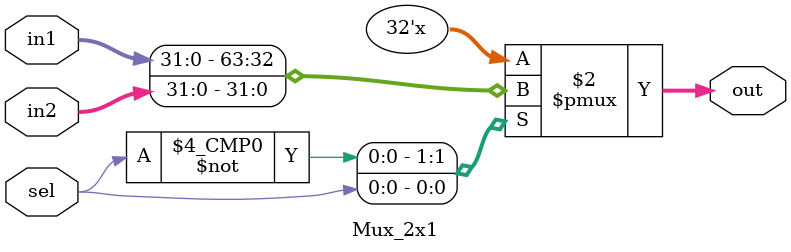
<source format=v>
module Mux_2x1 #(parameter width = 31)
(
//---------------------- Input Ports ----------------------
input wire [width:0] in1,in2,

input wire sel,

//---------------------- Output Ports ----------------------
output reg [width:0] out

);

//---------------------- Code Start ----------------------
always @ (*)begin
    case (sel)
        1'b0: out = in1; //select first input if selection line has 0 on it
        1'b1: out = in2; //select second input if selection line has 1 on it
        default: out = in1; // Default to avoid latch
    endcase
end
endmodule


</source>
